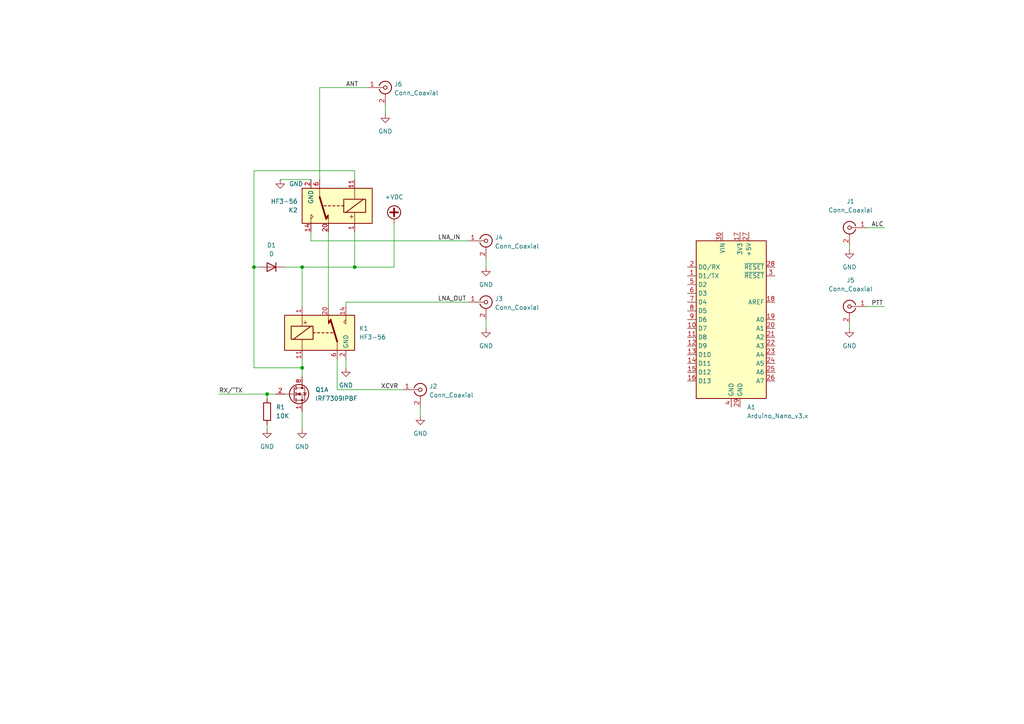
<source format=kicad_sch>
(kicad_sch (version 20211123) (generator eeschema)
  (paper "A4")
  (lib_symbols
    (symbol "Connector:Conn_Coaxial" (pin_names (offset 1.016) hide)
      (property "Reference" "J" (at 0.254 3.048 0))
      (property "Value" "Conn_Coaxial" (at 2.921 0 90))
      (symbol "Conn_Coaxial_0_1"
        (arc (start -1.778 -0.508) (mid 0.222 -1.808) (end 1.778 0) (stroke (width 0.254)))
        (polyline (pts (xy -2.54 0) (xy -0.508 0)))
        (polyline (pts (xy 0 -2.54) (xy 0 -1.778)))
        (circle (center 0 0) (radius 0.508) (stroke (width 0.2032)))
        (arc (start 1.778 0) (mid 0.2221 1.8083) (end -1.778 0.508) (stroke (width 0.254)))
      )
      (symbol "Conn_Coaxial_1_1"
        (pin passive line (at -5.08 0 0) (length 2.54) (name "In") (number "1"))
        (pin passive line (at 0 -5.08 90) (length 2.54) (name "Ext") (number "2"))
      )
    )
    (symbol "Device:D" (pin_numbers hide) (pin_names (offset 1.016) hide)
      (property "Reference" "D" (at 0 2.54 0))
      (property "Value" "D" (at 0 -2.54 0))
      (symbol "D_0_1"
        (polyline (pts (xy -1.27 1.27) (xy -1.27 -1.27)) (stroke (width 0.254)))
        (polyline (pts (xy 1.27 0) (xy -1.27 0)))
        (polyline (pts (xy 1.27 1.27) (xy 1.27 -1.27) (xy -1.27 0) (xy 1.27 1.27)) (stroke (width 0.254)))
      )
      (symbol "D_1_1"
        (pin passive line (at -3.81 0 0) (length 2.54) (name "K") (number "1"))
        (pin passive line (at 3.81 0 180) (length 2.54) (name "A") (number "2"))
      )
    )
    (symbol "Device:R" (pin_numbers hide) (pin_names (offset 0))
      (property "Reference" "R" (at 2.032 0 90))
      (property "Value" "R" (at 0 0 90))
      (symbol "R_0_1"
        (rectangle (start -1.016 -2.54) (end 1.016 2.54) (stroke (width 0.254)))
      )
      (symbol "R_1_1"
        (pin passive line (at 0 3.81 270) (length 1.27) (name "~") (number "1"))
        (pin passive line (at 0 -3.81 90) (length 1.27) (name "~") (number "2"))
      )
    )
    (symbol "MCU_Module:Arduino_Nano_v3.x"
      (property "Reference" "A" (at -10.16 23.495 0))
      (property "Value" "Arduino_Nano_v3.x" (at 5.08 -24.13 0))
      (symbol "Arduino_Nano_v3.x_0_1"
        (rectangle (start -10.16 22.86) (end 10.16 -22.86) (stroke (width 0.254)) (fill (type background)))
      )
      (symbol "Arduino_Nano_v3.x_1_1"
        (pin bidirectional line (at -12.7 12.7 0) (length 2.54) (name "D1/TX") (number "1"))
        (pin bidirectional line (at -12.7 -2.54 0) (length 2.54) (name "D7") (number "10"))
        (pin bidirectional line (at -12.7 -5.08 0) (length 2.54) (name "D8") (number "11"))
        (pin bidirectional line (at -12.7 -7.62 0) (length 2.54) (name "D9") (number "12"))
        (pin bidirectional line (at -12.7 -10.16 0) (length 2.54) (name "D10") (number "13"))
        (pin bidirectional line (at -12.7 -12.7 0) (length 2.54) (name "D11") (number "14"))
        (pin bidirectional line (at -12.7 -15.24 0) (length 2.54) (name "D12") (number "15"))
        (pin bidirectional line (at -12.7 -17.78 0) (length 2.54) (name "D13") (number "16"))
        (pin power_out line (at 2.54 25.4 270) (length 2.54) (name "3V3") (number "17"))
        (pin input line (at 12.7 5.08 180) (length 2.54) (name "AREF") (number "18"))
        (pin bidirectional line (at 12.7 0 180) (length 2.54) (name "A0") (number "19"))
        (pin bidirectional line (at -12.7 15.24 0) (length 2.54) (name "D0/RX") (number "2"))
        (pin bidirectional line (at 12.7 -2.54 180) (length 2.54) (name "A1") (number "20"))
        (pin bidirectional line (at 12.7 -5.08 180) (length 2.54) (name "A2") (number "21"))
        (pin bidirectional line (at 12.7 -7.62 180) (length 2.54) (name "A3") (number "22"))
        (pin bidirectional line (at 12.7 -10.16 180) (length 2.54) (name "A4") (number "23"))
        (pin bidirectional line (at 12.7 -12.7 180) (length 2.54) (name "A5") (number "24"))
        (pin bidirectional line (at 12.7 -15.24 180) (length 2.54) (name "A6") (number "25"))
        (pin bidirectional line (at 12.7 -17.78 180) (length 2.54) (name "A7") (number "26"))
        (pin power_out line (at 5.08 25.4 270) (length 2.54) (name "+5V") (number "27"))
        (pin input line (at 12.7 15.24 180) (length 2.54) (name "~{RESET}") (number "28"))
        (pin power_in line (at 2.54 -25.4 90) (length 2.54) (name "GND") (number "29"))
        (pin input line (at 12.7 12.7 180) (length 2.54) (name "~{RESET}") (number "3"))
        (pin power_in line (at -2.54 25.4 270) (length 2.54) (name "VIN") (number "30"))
        (pin power_in line (at 0 -25.4 90) (length 2.54) (name "GND") (number "4"))
        (pin bidirectional line (at -12.7 10.16 0) (length 2.54) (name "D2") (number "5"))
        (pin bidirectional line (at -12.7 7.62 0) (length 2.54) (name "D3") (number "6"))
        (pin bidirectional line (at -12.7 5.08 0) (length 2.54) (name "D4") (number "7"))
        (pin bidirectional line (at -12.7 2.54 0) (length 2.54) (name "D5") (number "8"))
        (pin bidirectional line (at -12.7 0 0) (length 2.54) (name "D6") (number "9"))
      )
    )
    (symbol "Relay:HF3-56"
      (property "Reference" "K" (at 11.43 3.81 0))
      (property "Value" "HF3-56" (at 11.43 1.27 0))
      (symbol "HF3-56_0_0"
        (polyline (pts (xy 7.62 5.08) (xy 7.62 2.54) (xy 6.985 3.175) (xy 7.62 3.81)))
        (text "+" (at -4.191 3.048 0) (effects (font (size 1.27 1.27))))
      )
      (symbol "HF3-56_0_1"
        (rectangle (start -10.16 5.08) (end 10.16 -5.08) (stroke (width 0.254)) (fill (type background)))
        (rectangle (start -8.255 1.905) (end -1.905 -1.905) (stroke (width 0.254)))
        (polyline (pts (xy -7.62 -1.905) (xy -2.54 1.905)) (stroke (width 0.254)))
        (polyline (pts (xy -5.08 -5.08) (xy -5.08 -1.905)))
        (polyline (pts (xy -5.08 5.08) (xy -5.08 1.905)))
        (polyline (pts (xy -1.905 0) (xy -1.27 0)) (stroke (width 0.254)))
        (polyline (pts (xy -0.635 0) (xy 0 0)) (stroke (width 0.254)))
        (polyline (pts (xy 0.635 0) (xy 1.27 0)) (stroke (width 0.254)))
        (polyline (pts (xy 1.905 0) (xy 2.54 0)) (stroke (width 0.254)))
        (polyline (pts (xy 3.175 0) (xy 3.81 0)) (stroke (width 0.254)))
        (polyline (pts (xy 5.08 -2.54) (xy 3.175 3.81)) (stroke (width 0.508)))
        (polyline (pts (xy 5.08 -2.54) (xy 5.08 -5.08)))
        (polyline (pts (xy 2.54 5.08) (xy 2.54 2.54) (xy 3.175 3.175) (xy 2.54 3.81)) (fill (type outline)))
      )
      (symbol "HF3-56_1_1"
        (pin passive line (at -5.08 7.62 270) (length 2.54) (name "~") (number "1"))
        (pin passive line (at 7.62 -7.62 90) (length 2.54) hide (name "GND") (number "10"))
        (pin passive line (at -5.08 -7.62 90) (length 2.54) (name "~") (number "11"))
        (pin passive line (at 7.62 -7.62 90) (length 2.54) hide (name "GND") (number "12"))
        (pin passive line (at 7.62 -7.62 90) (length 2.54) hide (name "GND") (number "13"))
        (pin passive line (at 7.62 7.62 270) (length 2.54) (name "~") (number "14"))
        (pin passive line (at 7.62 -7.62 90) (length 2.54) hide (name "GND") (number "15"))
        (pin passive line (at 7.62 -7.62 90) (length 2.54) hide (name "GND") (number "17"))
        (pin passive line (at 7.62 -7.62 90) (length 2.54) hide (name "GND") (number "19"))
        (pin power_in line (at 7.62 -7.62 90) (length 2.54) (name "GND") (number "2"))
        (pin passive line (at 2.54 7.62 270) (length 2.54) (name "~") (number "20"))
        (pin passive line (at 7.62 -7.62 90) (length 2.54) hide (name "GND") (number "21"))
        (pin passive line (at 7.62 -7.62 90) (length 2.54) hide (name "GND") (number "22"))
        (pin passive line (at 7.62 -7.62 90) (length 2.54) hide (name "GND") (number "5"))
        (pin passive line (at 5.08 -7.62 90) (length 2.54) (name "~") (number "6"))
        (pin passive line (at 7.62 -7.62 90) (length 2.54) hide (name "GND") (number "7"))
      )
    )
    (symbol "Transistor_FET:IRF7309IPBF" (pin_names hide)
      (property "Reference" "Q" (at 5.08 1.905 0))
      (property "Value" "IRF7309IPBF" (at 5.08 0 0))
      (symbol "IRF7309IPBF_0_1"
        (polyline (pts (xy 0.254 0) (xy -2.54 0)))
        (polyline (pts (xy 0.254 1.905) (xy 0.254 -1.905)) (stroke (width 0.254)))
        (polyline (pts (xy 0.762 -1.27) (xy 0.762 -2.286)) (stroke (width 0.254)))
        (polyline (pts (xy 0.762 0.508) (xy 0.762 -0.508)) (stroke (width 0.254)))
        (polyline (pts (xy 0.762 2.286) (xy 0.762 1.27)) (stroke (width 0.254)))
        (polyline (pts (xy 2.54 2.54) (xy 2.54 1.778)))
        (polyline (pts (xy 2.54 -2.54) (xy 2.54 0) (xy 0.762 0)))
        (polyline (pts (xy 0.762 -1.778) (xy 3.302 -1.778) (xy 3.302 1.778) (xy 0.762 1.778)))
        (circle (center 1.651 0) (radius 2.794) (stroke (width 0.254)))
        (circle (center 2.54 -1.778) (radius 0.254) (fill (type outline)))
        (circle (center 2.54 1.778) (radius 0.254) (fill (type outline)))
      )
      (symbol "IRF7309IPBF_1_1"
        (polyline (pts (xy 1.016 0) (xy 2.032 0.381) (xy 2.032 -0.381) (xy 1.016 0)) (fill (type outline)))
        (polyline (pts (xy 2.794 0.508) (xy 2.921 0.381) (xy 3.683 0.381) (xy 3.81 0.254)))
        (polyline (pts (xy 3.302 0.381) (xy 2.921 -0.254) (xy 3.683 -0.254) (xy 3.302 0.381)))
        (pin passive line (at 2.54 -5.08 90) (length 2.54) (name "S") (number "1"))
        (pin input line (at -5.08 0 0) (length 2.54) (name "G") (number "2"))
        (pin passive line (at 2.54 5.08 270) (length 2.54) hide (name "D") (number "7"))
        (pin passive line (at 2.54 5.08 270) (length 2.54) (name "D") (number "8"))
      )
      (symbol "IRF7309IPBF_2_1"
        (polyline (pts (xy 2.286 0) (xy 1.27 0.381) (xy 1.27 -0.381) (xy 2.286 0)) (fill (type outline)))
        (polyline (pts (xy 2.794 -0.508) (xy 2.921 -0.381) (xy 3.683 -0.381) (xy 3.81 -0.254)))
        (polyline (pts (xy 3.302 -0.381) (xy 2.921 0.254) (xy 3.683 0.254) (xy 3.302 -0.381)))
        (pin passive line (at 2.54 -5.08 90) (length 2.54) (name "1") (number "3"))
        (pin input line (at -5.08 0 0) (length 2.54) (name "G") (number "4"))
        (pin passive line (at 2.54 5.08 270) (length 2.54) hide (name "D") (number "5"))
        (pin passive line (at 2.54 5.08 270) (length 2.54) (name "D") (number "6"))
      )
    )
    (symbol "power:+VDC" (power) (pin_names (offset 0))
      (property "Value" "+VDC" (at 0 6.35 0))
      (symbol "+VDC_0_1"
        (polyline (pts (xy -1.143 3.175) (xy 1.143 3.175)) (stroke (width 0.508)))
        (polyline (pts (xy 0 0) (xy 0 1.27)))
        (polyline (pts (xy 0 2.032) (xy 0 4.318)) (stroke (width 0.508)))
        (circle (center 0 3.175) (radius 1.905) (stroke (width 0.254)))
      )
      (symbol "+VDC_1_1"
        (pin power_in line (at 0 0 90) (length 0) hide (name "+VDC") (number "1"))
      )
    )
    (symbol "power:GND" (power) (pin_names (offset 0))
      (property "Value" "GND" (at 0 -3.81 0))
      (symbol "GND_0_1"
        (polyline (pts (xy 0 0) (xy 0 -1.27) (xy 1.27 -1.27) (xy 0 -2.54) (xy -1.27 -1.27) (xy 0 -1.27)))
      )
      (symbol "GND_1_1"
        (pin power_in line (at 0 0 270) (length 0) hide (name "GND") (number "1"))
      )
    )
  )
  (junction (at 102.87 77.47))
  (junction (at 73.66 77.47))
  (junction (at 87.63 106.68))
  (junction (at 87.63 77.47))
  (junction (at 77.47 114.3))
  (wire (pts (xy 87.63 88.9) (xy 87.63 77.47)))
  (wire (pts (xy 114.3 64.77) (xy 114.3 77.47)))
  (wire (pts (xy 97.79 113.03) (xy 116.84 113.03)))
  (wire (pts (xy 82.55 77.47) (xy 87.63 77.47)))
  (wire (pts (xy 135.89 87.63) (xy 100.33 87.63)))
  (wire (pts (xy 251.46 88.9) (xy 256.54 88.9)))
  (wire (pts (xy 63.5 114.3) (xy 77.47 114.3)))
  (wire (pts (xy 140.97 92.71) (xy 140.97 95.25)))
  (wire (pts (xy 246.38 93.98) (xy 246.38 95.25)))
  (wire (pts (xy 73.66 77.47) (xy 74.93 77.47)))
  (wire (pts (xy 251.46 66.04) (xy 256.54 66.04)))
  (wire (pts (xy 121.92 118.11) (xy 121.92 120.65)))
  (wire (pts (xy 73.66 77.47) (xy 73.66 106.68)))
  (wire (pts (xy 95.25 67.31) (xy 95.25 88.9)))
  (wire (pts (xy 73.66 106.68) (xy 87.63 106.68)))
  (wire (pts (xy 92.71 25.4) (xy 92.71 52.07)))
  (wire (pts (xy 90.17 52.07) (xy 81.28 52.07)))
  (wire (pts (xy 87.63 104.14) (xy 87.63 106.68)))
  (wire (pts (xy 102.87 77.47) (xy 102.87 67.31)))
  (wire (pts (xy 246.38 71.12) (xy 246.38 72.39)))
  (wire (pts (xy 114.3 77.47) (xy 102.87 77.47)))
  (wire (pts (xy 77.47 114.3) (xy 77.47 115.57)))
  (wire (pts (xy 102.87 52.07) (xy 102.87 49.53)))
  (wire (pts (xy 100.33 104.14) (xy 100.33 106.68)))
  (wire (pts (xy 102.87 49.53) (xy 73.66 49.53)))
  (wire (pts (xy 97.79 104.14) (xy 97.79 113.03)))
  (wire (pts (xy 77.47 123.19) (xy 77.47 124.46)))
  (wire (pts (xy 77.47 114.3) (xy 80.01 114.3)))
  (wire (pts (xy 100.33 87.63) (xy 100.33 88.9)))
  (wire (pts (xy 135.89 69.85) (xy 90.17 69.85)))
  (wire (pts (xy 111.76 30.48) (xy 111.76 33.02)))
  (wire (pts (xy 106.68 25.4) (xy 92.71 25.4)))
  (wire (pts (xy 73.66 49.53) (xy 73.66 77.47)))
  (wire (pts (xy 87.63 106.68) (xy 87.63 109.22)))
  (wire (pts (xy 87.63 77.47) (xy 102.87 77.47)))
  (wire (pts (xy 90.17 69.85) (xy 90.17 67.31)))
  (wire (pts (xy 87.63 119.38) (xy 87.63 124.46)))
  (wire (pts (xy 140.97 74.93) (xy 140.97 77.47)))
  (label "RX{slash}^TX" (at 63.5 114.3 0))
  (label "XCVR" (at 110.49 113.03 0))
  (label "ANT" (at 100.33 25.4 0))
  (label "ALC" (at 252.73 66.04 0))
  (label "LNA_OUT" (at 127 87.63 0))
  (label "PTT" (at 252.73 88.9 0))
  (label "LNA_IN" (at 127 69.85 0))
  (symbol (lib_id "Transistor_FET:IRF7309IPBF") (at 85.09 114.3 0) (unit 1)
    (property "Reference" "Q1" (at 91.44 113.0299 0) (effects (justify left)))
    (property "Value" "IRF7309IPBF" (at 91.44 115.5699 0) (effects (justify left)))
    (property "Footprint" "Package_SO:SOIC-8_3.9x4.9mm_P1.27mm" (effects hide))
    (property "Datasheet" "http://www.irf.com/product-info/datasheets/data/irf7309ipbf.pdf" (effects hide))
  )
  (symbol (lib_id "Connector:Conn_Coaxial") (at 140.97 69.85 0) (unit 1)
    (property "Reference" "J4" (at 143.51 68.8731 0) (effects (justify left)))
    (property "Value" "Conn_Coaxial" (at 143.51 71.4131 0) (effects (justify left)))
    (property "Datasheet" " ~" (effects hide))
  )
  (symbol (lib_id "power:GND") (at 111.76 33.02 0) (unit 1)
    (property "Reference" "#PWR0102" (effects hide))
    (property "Value" "GND" (at 111.76 38.1 0))
  )
  (symbol (lib_id "Connector:Conn_Coaxial") (at 246.38 88.9 0) (mirror y) (unit 1)
    (property "Reference" "J5" (at 246.6974 81.28 0))
    (property "Value" "Conn_Coaxial" (at 246.6974 83.82 0))
    (property "Datasheet" " ~" (effects hide))
  )
  (symbol (lib_id "power:GND") (at 121.92 120.65 0) (unit 1)
    (property "Reference" "#PWR0105" (effects hide))
    (property "Value" "GND" (at 121.92 125.73 0))
  )
  (symbol (lib_id "power:GND") (at 246.38 72.39 0) (unit 1)
    (property "Reference" "#PWR0101" (effects hide))
    (property "Value" "GND" (at 246.38 77.47 0))
  )
  (symbol (lib_id "power:GND") (at 140.97 77.47 0) (unit 1)
    (property "Reference" "#PWR0104" (effects hide))
    (property "Value" "GND" (at 140.97 82.55 0))
  )
  (symbol (lib_id "power:+VDC") (at 114.3 64.77 0) (unit 1)
    (property "Reference" "#PWR0111" (effects hide))
    (property "Value" "+VDC" (at 114.3 57.15 0))
  )
  (symbol (lib_id "power:GND") (at 100.33 106.68 0) (unit 1)
    (property "Reference" "#PWR0103" (effects hide))
    (property "Value" "GND" (at 100.33 111.76 0))
  )
  (symbol (lib_id "Device:D") (at 78.74 77.47 180) (unit 1)
    (property "Reference" "D1" (at 78.74 71.12 0))
    (property "Value" "D" (at 78.74 73.66 0))
  )
  (symbol (lib_id "power:GND") (at 140.97 95.25 0) (unit 1)
    (property "Reference" "#PWR0106" (effects hide))
    (property "Value" "GND" (at 140.97 100.33 0))
  )
  (symbol (lib_id "Relay:HF3-56") (at 97.79 59.69 180) (unit 1)
    (property "Reference" "K2" (at 86.36 60.9601 0) (effects (justify left)))
    (property "Value" "HF3-56" (at 86.36 58.4201 0) (effects (justify left)))
    (property "Footprint" "Relay_SMD:Relay_SPDT_AXICOM_HF3Series_50ohms_Pitch1.27mm" (effects hide))
    (property "Datasheet" "http://hiqsdr.com/images/3/3e/Axicom-HF3.pdf" (effects hide))
  )
  (symbol (lib_id "Connector:Conn_Coaxial") (at 140.97 87.63 0) (unit 1)
    (property "Reference" "J3" (at 143.51 86.6531 0) (effects (justify left)))
    (property "Value" "Conn_Coaxial" (at 143.51 89.1931 0) (effects (justify left)))
    (property "Datasheet" " ~" (effects hide))
  )
  (symbol (lib_id "power:GND") (at 87.63 124.46 0) (unit 1)
    (property "Reference" "#PWR0109" (effects hide))
    (property "Value" "GND" (at 87.63 129.54 0))
  )
  (symbol (lib_id "Relay:HF3-56") (at 92.71 96.52 0) (unit 1)
    (property "Reference" "K1" (at 104.14 95.2499 0) (effects (justify left)))
    (property "Value" "HF3-56" (at 104.14 97.7899 0) (effects (justify left)))
    (property "Footprint" "Relay_SMD:Relay_SPDT_AXICOM_HF3Series_50ohms_Pitch1.27mm" (effects hide))
    (property "Datasheet" "http://hiqsdr.com/images/3/3e/Axicom-HF3.pdf" (effects hide))
  )
  (symbol (lib_id "Device:R") (at 77.47 119.38 0) (unit 1)
    (property "Reference" "R1" (at 80.01 118.1099 0) (effects (justify left)))
    (property "Value" "10K" (at 80.01 120.6499 0) (effects (justify left)))
  )
  (symbol (lib_id "Connector:Conn_Coaxial") (at 111.76 25.4 0) (unit 1)
    (property "Reference" "J6" (at 114.3 24.4231 0) (effects (justify left)))
    (property "Value" "Conn_Coaxial" (at 114.3 26.9631 0) (effects (justify left)))
    (property "Datasheet" " ~" (effects hide))
  )
  (symbol (lib_id "Connector:Conn_Coaxial") (at 121.92 113.03 0) (unit 1)
    (property "Reference" "J2" (at 124.46 112.0531 0) (effects (justify left)))
    (property "Value" "Conn_Coaxial" (at 124.46 114.5931 0) (effects (justify left)))
    (property "Datasheet" " ~" (effects hide))
  )
  (symbol (lib_id "Connector:Conn_Coaxial") (at 246.38 66.04 0) (mirror y) (unit 1)
    (property "Reference" "J1" (at 246.6974 58.42 0))
    (property "Value" "Conn_Coaxial" (at 246.6974 60.96 0))
    (property "Datasheet" " ~" (effects hide))
  )
  (symbol (lib_id "MCU_Module:Arduino_Nano_v3.x") (at 212.09 92.71 0) (unit 1)
    (property "Reference" "A1" (at 216.6494 118.11 0) (effects (justify left)))
    (property "Value" "Arduino_Nano_v3.x" (at 216.6494 120.65 0) (effects (justify left)))
    (property "Footprint" "Module:Arduino_Nano" (effects hide))
    (property "Datasheet" "http://www.mouser.com/pdfdocs/Gravitech_Arduino_Nano3_0.pdf" (effects hide))
  )
  (symbol (lib_id "power:GND") (at 77.47 124.46 0) (unit 1)
    (property "Reference" "#PWR0110" (effects hide))
    (property "Value" "GND" (at 77.47 129.54 0))
  )
  (symbol (lib_id "power:GND") (at 81.28 52.07 0) (unit 1)
    (property "Reference" "#PWR0108" (effects hide))
    (property "Value" "GND" (at 83.82 53.3399 0) (effects (justify left)))
  )
  (symbol (lib_id "power:GND") (at 246.38 95.25 0) (unit 1)
    (property "Reference" "#PWR0107" (effects hide))
    (property "Value" "GND" (at 246.38 100.33 0))
  )
)
</source>
